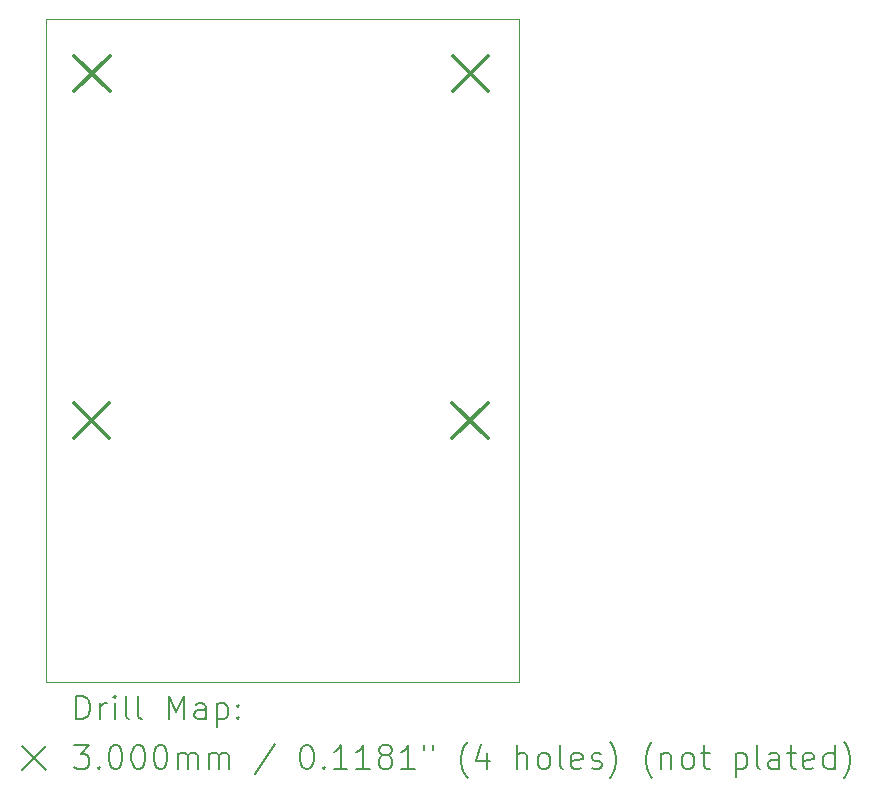
<source format=gbr>
%TF.GenerationSoftware,KiCad,Pcbnew,7.0.9*%
%TF.CreationDate,2024-04-20T19:10:12+02:00*%
%TF.ProjectId,NFC_Programmer,4e46435f-5072-46f6-9772-616d6d65722e,3.0*%
%TF.SameCoordinates,Original*%
%TF.FileFunction,Drillmap*%
%TF.FilePolarity,Positive*%
%FSLAX45Y45*%
G04 Gerber Fmt 4.5, Leading zero omitted, Abs format (unit mm)*
G04 Created by KiCad (PCBNEW 7.0.9) date 2024-04-20 19:10:12*
%MOMM*%
%LPD*%
G01*
G04 APERTURE LIST*
%ADD10C,0.100000*%
%ADD11C,0.200000*%
%ADD12C,0.300000*%
G04 APERTURE END LIST*
D10*
X16024000Y-11015000D02*
X15868000Y-11015000D01*
X12021000Y-11015000D01*
X12021000Y-5405000D01*
X16024000Y-5405000D01*
X16024000Y-11015000D01*
D11*
D12*
X12256000Y-8652000D02*
X12556000Y-8952000D01*
X12556000Y-8652000D02*
X12256000Y-8952000D01*
X12258000Y-5714000D02*
X12558000Y-6014000D01*
X12558000Y-5714000D02*
X12258000Y-6014000D01*
X15461000Y-8652000D02*
X15761000Y-8952000D01*
X15761000Y-8652000D02*
X15461000Y-8952000D01*
X15462000Y-5714000D02*
X15762000Y-6014000D01*
X15762000Y-5714000D02*
X15462000Y-6014000D01*
D11*
X12276777Y-11331484D02*
X12276777Y-11131484D01*
X12276777Y-11131484D02*
X12324396Y-11131484D01*
X12324396Y-11131484D02*
X12352967Y-11141008D01*
X12352967Y-11141008D02*
X12372015Y-11160055D01*
X12372015Y-11160055D02*
X12381539Y-11179103D01*
X12381539Y-11179103D02*
X12391062Y-11217198D01*
X12391062Y-11217198D02*
X12391062Y-11245769D01*
X12391062Y-11245769D02*
X12381539Y-11283865D01*
X12381539Y-11283865D02*
X12372015Y-11302912D01*
X12372015Y-11302912D02*
X12352967Y-11321960D01*
X12352967Y-11321960D02*
X12324396Y-11331484D01*
X12324396Y-11331484D02*
X12276777Y-11331484D01*
X12476777Y-11331484D02*
X12476777Y-11198150D01*
X12476777Y-11236246D02*
X12486301Y-11217198D01*
X12486301Y-11217198D02*
X12495824Y-11207674D01*
X12495824Y-11207674D02*
X12514872Y-11198150D01*
X12514872Y-11198150D02*
X12533920Y-11198150D01*
X12600586Y-11331484D02*
X12600586Y-11198150D01*
X12600586Y-11131484D02*
X12591062Y-11141008D01*
X12591062Y-11141008D02*
X12600586Y-11150531D01*
X12600586Y-11150531D02*
X12610110Y-11141008D01*
X12610110Y-11141008D02*
X12600586Y-11131484D01*
X12600586Y-11131484D02*
X12600586Y-11150531D01*
X12724396Y-11331484D02*
X12705348Y-11321960D01*
X12705348Y-11321960D02*
X12695824Y-11302912D01*
X12695824Y-11302912D02*
X12695824Y-11131484D01*
X12829158Y-11331484D02*
X12810110Y-11321960D01*
X12810110Y-11321960D02*
X12800586Y-11302912D01*
X12800586Y-11302912D02*
X12800586Y-11131484D01*
X13057729Y-11331484D02*
X13057729Y-11131484D01*
X13057729Y-11131484D02*
X13124396Y-11274341D01*
X13124396Y-11274341D02*
X13191062Y-11131484D01*
X13191062Y-11131484D02*
X13191062Y-11331484D01*
X13372015Y-11331484D02*
X13372015Y-11226722D01*
X13372015Y-11226722D02*
X13362491Y-11207674D01*
X13362491Y-11207674D02*
X13343443Y-11198150D01*
X13343443Y-11198150D02*
X13305348Y-11198150D01*
X13305348Y-11198150D02*
X13286301Y-11207674D01*
X13372015Y-11321960D02*
X13352967Y-11331484D01*
X13352967Y-11331484D02*
X13305348Y-11331484D01*
X13305348Y-11331484D02*
X13286301Y-11321960D01*
X13286301Y-11321960D02*
X13276777Y-11302912D01*
X13276777Y-11302912D02*
X13276777Y-11283865D01*
X13276777Y-11283865D02*
X13286301Y-11264817D01*
X13286301Y-11264817D02*
X13305348Y-11255293D01*
X13305348Y-11255293D02*
X13352967Y-11255293D01*
X13352967Y-11255293D02*
X13372015Y-11245769D01*
X13467253Y-11198150D02*
X13467253Y-11398150D01*
X13467253Y-11207674D02*
X13486301Y-11198150D01*
X13486301Y-11198150D02*
X13524396Y-11198150D01*
X13524396Y-11198150D02*
X13543443Y-11207674D01*
X13543443Y-11207674D02*
X13552967Y-11217198D01*
X13552967Y-11217198D02*
X13562491Y-11236246D01*
X13562491Y-11236246D02*
X13562491Y-11293388D01*
X13562491Y-11293388D02*
X13552967Y-11312436D01*
X13552967Y-11312436D02*
X13543443Y-11321960D01*
X13543443Y-11321960D02*
X13524396Y-11331484D01*
X13524396Y-11331484D02*
X13486301Y-11331484D01*
X13486301Y-11331484D02*
X13467253Y-11321960D01*
X13648205Y-11312436D02*
X13657729Y-11321960D01*
X13657729Y-11321960D02*
X13648205Y-11331484D01*
X13648205Y-11331484D02*
X13638682Y-11321960D01*
X13638682Y-11321960D02*
X13648205Y-11312436D01*
X13648205Y-11312436D02*
X13648205Y-11331484D01*
X13648205Y-11207674D02*
X13657729Y-11217198D01*
X13657729Y-11217198D02*
X13648205Y-11226722D01*
X13648205Y-11226722D02*
X13638682Y-11217198D01*
X13638682Y-11217198D02*
X13648205Y-11207674D01*
X13648205Y-11207674D02*
X13648205Y-11226722D01*
X11816000Y-11560000D02*
X12016000Y-11760000D01*
X12016000Y-11560000D02*
X11816000Y-11760000D01*
X12257729Y-11551484D02*
X12381539Y-11551484D01*
X12381539Y-11551484D02*
X12314872Y-11627674D01*
X12314872Y-11627674D02*
X12343443Y-11627674D01*
X12343443Y-11627674D02*
X12362491Y-11637198D01*
X12362491Y-11637198D02*
X12372015Y-11646722D01*
X12372015Y-11646722D02*
X12381539Y-11665769D01*
X12381539Y-11665769D02*
X12381539Y-11713388D01*
X12381539Y-11713388D02*
X12372015Y-11732436D01*
X12372015Y-11732436D02*
X12362491Y-11741960D01*
X12362491Y-11741960D02*
X12343443Y-11751484D01*
X12343443Y-11751484D02*
X12286301Y-11751484D01*
X12286301Y-11751484D02*
X12267253Y-11741960D01*
X12267253Y-11741960D02*
X12257729Y-11732436D01*
X12467253Y-11732436D02*
X12476777Y-11741960D01*
X12476777Y-11741960D02*
X12467253Y-11751484D01*
X12467253Y-11751484D02*
X12457729Y-11741960D01*
X12457729Y-11741960D02*
X12467253Y-11732436D01*
X12467253Y-11732436D02*
X12467253Y-11751484D01*
X12600586Y-11551484D02*
X12619634Y-11551484D01*
X12619634Y-11551484D02*
X12638682Y-11561008D01*
X12638682Y-11561008D02*
X12648205Y-11570531D01*
X12648205Y-11570531D02*
X12657729Y-11589579D01*
X12657729Y-11589579D02*
X12667253Y-11627674D01*
X12667253Y-11627674D02*
X12667253Y-11675293D01*
X12667253Y-11675293D02*
X12657729Y-11713388D01*
X12657729Y-11713388D02*
X12648205Y-11732436D01*
X12648205Y-11732436D02*
X12638682Y-11741960D01*
X12638682Y-11741960D02*
X12619634Y-11751484D01*
X12619634Y-11751484D02*
X12600586Y-11751484D01*
X12600586Y-11751484D02*
X12581539Y-11741960D01*
X12581539Y-11741960D02*
X12572015Y-11732436D01*
X12572015Y-11732436D02*
X12562491Y-11713388D01*
X12562491Y-11713388D02*
X12552967Y-11675293D01*
X12552967Y-11675293D02*
X12552967Y-11627674D01*
X12552967Y-11627674D02*
X12562491Y-11589579D01*
X12562491Y-11589579D02*
X12572015Y-11570531D01*
X12572015Y-11570531D02*
X12581539Y-11561008D01*
X12581539Y-11561008D02*
X12600586Y-11551484D01*
X12791062Y-11551484D02*
X12810110Y-11551484D01*
X12810110Y-11551484D02*
X12829158Y-11561008D01*
X12829158Y-11561008D02*
X12838682Y-11570531D01*
X12838682Y-11570531D02*
X12848205Y-11589579D01*
X12848205Y-11589579D02*
X12857729Y-11627674D01*
X12857729Y-11627674D02*
X12857729Y-11675293D01*
X12857729Y-11675293D02*
X12848205Y-11713388D01*
X12848205Y-11713388D02*
X12838682Y-11732436D01*
X12838682Y-11732436D02*
X12829158Y-11741960D01*
X12829158Y-11741960D02*
X12810110Y-11751484D01*
X12810110Y-11751484D02*
X12791062Y-11751484D01*
X12791062Y-11751484D02*
X12772015Y-11741960D01*
X12772015Y-11741960D02*
X12762491Y-11732436D01*
X12762491Y-11732436D02*
X12752967Y-11713388D01*
X12752967Y-11713388D02*
X12743443Y-11675293D01*
X12743443Y-11675293D02*
X12743443Y-11627674D01*
X12743443Y-11627674D02*
X12752967Y-11589579D01*
X12752967Y-11589579D02*
X12762491Y-11570531D01*
X12762491Y-11570531D02*
X12772015Y-11561008D01*
X12772015Y-11561008D02*
X12791062Y-11551484D01*
X12981539Y-11551484D02*
X13000586Y-11551484D01*
X13000586Y-11551484D02*
X13019634Y-11561008D01*
X13019634Y-11561008D02*
X13029158Y-11570531D01*
X13029158Y-11570531D02*
X13038682Y-11589579D01*
X13038682Y-11589579D02*
X13048205Y-11627674D01*
X13048205Y-11627674D02*
X13048205Y-11675293D01*
X13048205Y-11675293D02*
X13038682Y-11713388D01*
X13038682Y-11713388D02*
X13029158Y-11732436D01*
X13029158Y-11732436D02*
X13019634Y-11741960D01*
X13019634Y-11741960D02*
X13000586Y-11751484D01*
X13000586Y-11751484D02*
X12981539Y-11751484D01*
X12981539Y-11751484D02*
X12962491Y-11741960D01*
X12962491Y-11741960D02*
X12952967Y-11732436D01*
X12952967Y-11732436D02*
X12943443Y-11713388D01*
X12943443Y-11713388D02*
X12933920Y-11675293D01*
X12933920Y-11675293D02*
X12933920Y-11627674D01*
X12933920Y-11627674D02*
X12943443Y-11589579D01*
X12943443Y-11589579D02*
X12952967Y-11570531D01*
X12952967Y-11570531D02*
X12962491Y-11561008D01*
X12962491Y-11561008D02*
X12981539Y-11551484D01*
X13133920Y-11751484D02*
X13133920Y-11618150D01*
X13133920Y-11637198D02*
X13143443Y-11627674D01*
X13143443Y-11627674D02*
X13162491Y-11618150D01*
X13162491Y-11618150D02*
X13191063Y-11618150D01*
X13191063Y-11618150D02*
X13210110Y-11627674D01*
X13210110Y-11627674D02*
X13219634Y-11646722D01*
X13219634Y-11646722D02*
X13219634Y-11751484D01*
X13219634Y-11646722D02*
X13229158Y-11627674D01*
X13229158Y-11627674D02*
X13248205Y-11618150D01*
X13248205Y-11618150D02*
X13276777Y-11618150D01*
X13276777Y-11618150D02*
X13295824Y-11627674D01*
X13295824Y-11627674D02*
X13305348Y-11646722D01*
X13305348Y-11646722D02*
X13305348Y-11751484D01*
X13400586Y-11751484D02*
X13400586Y-11618150D01*
X13400586Y-11637198D02*
X13410110Y-11627674D01*
X13410110Y-11627674D02*
X13429158Y-11618150D01*
X13429158Y-11618150D02*
X13457729Y-11618150D01*
X13457729Y-11618150D02*
X13476777Y-11627674D01*
X13476777Y-11627674D02*
X13486301Y-11646722D01*
X13486301Y-11646722D02*
X13486301Y-11751484D01*
X13486301Y-11646722D02*
X13495824Y-11627674D01*
X13495824Y-11627674D02*
X13514872Y-11618150D01*
X13514872Y-11618150D02*
X13543443Y-11618150D01*
X13543443Y-11618150D02*
X13562491Y-11627674D01*
X13562491Y-11627674D02*
X13572015Y-11646722D01*
X13572015Y-11646722D02*
X13572015Y-11751484D01*
X13962491Y-11541960D02*
X13791063Y-11799103D01*
X14219634Y-11551484D02*
X14238682Y-11551484D01*
X14238682Y-11551484D02*
X14257729Y-11561008D01*
X14257729Y-11561008D02*
X14267253Y-11570531D01*
X14267253Y-11570531D02*
X14276777Y-11589579D01*
X14276777Y-11589579D02*
X14286301Y-11627674D01*
X14286301Y-11627674D02*
X14286301Y-11675293D01*
X14286301Y-11675293D02*
X14276777Y-11713388D01*
X14276777Y-11713388D02*
X14267253Y-11732436D01*
X14267253Y-11732436D02*
X14257729Y-11741960D01*
X14257729Y-11741960D02*
X14238682Y-11751484D01*
X14238682Y-11751484D02*
X14219634Y-11751484D01*
X14219634Y-11751484D02*
X14200586Y-11741960D01*
X14200586Y-11741960D02*
X14191063Y-11732436D01*
X14191063Y-11732436D02*
X14181539Y-11713388D01*
X14181539Y-11713388D02*
X14172015Y-11675293D01*
X14172015Y-11675293D02*
X14172015Y-11627674D01*
X14172015Y-11627674D02*
X14181539Y-11589579D01*
X14181539Y-11589579D02*
X14191063Y-11570531D01*
X14191063Y-11570531D02*
X14200586Y-11561008D01*
X14200586Y-11561008D02*
X14219634Y-11551484D01*
X14372015Y-11732436D02*
X14381539Y-11741960D01*
X14381539Y-11741960D02*
X14372015Y-11751484D01*
X14372015Y-11751484D02*
X14362491Y-11741960D01*
X14362491Y-11741960D02*
X14372015Y-11732436D01*
X14372015Y-11732436D02*
X14372015Y-11751484D01*
X14572015Y-11751484D02*
X14457729Y-11751484D01*
X14514872Y-11751484D02*
X14514872Y-11551484D01*
X14514872Y-11551484D02*
X14495825Y-11580055D01*
X14495825Y-11580055D02*
X14476777Y-11599103D01*
X14476777Y-11599103D02*
X14457729Y-11608627D01*
X14762491Y-11751484D02*
X14648206Y-11751484D01*
X14705348Y-11751484D02*
X14705348Y-11551484D01*
X14705348Y-11551484D02*
X14686301Y-11580055D01*
X14686301Y-11580055D02*
X14667253Y-11599103D01*
X14667253Y-11599103D02*
X14648206Y-11608627D01*
X14876777Y-11637198D02*
X14857729Y-11627674D01*
X14857729Y-11627674D02*
X14848206Y-11618150D01*
X14848206Y-11618150D02*
X14838682Y-11599103D01*
X14838682Y-11599103D02*
X14838682Y-11589579D01*
X14838682Y-11589579D02*
X14848206Y-11570531D01*
X14848206Y-11570531D02*
X14857729Y-11561008D01*
X14857729Y-11561008D02*
X14876777Y-11551484D01*
X14876777Y-11551484D02*
X14914872Y-11551484D01*
X14914872Y-11551484D02*
X14933920Y-11561008D01*
X14933920Y-11561008D02*
X14943444Y-11570531D01*
X14943444Y-11570531D02*
X14952967Y-11589579D01*
X14952967Y-11589579D02*
X14952967Y-11599103D01*
X14952967Y-11599103D02*
X14943444Y-11618150D01*
X14943444Y-11618150D02*
X14933920Y-11627674D01*
X14933920Y-11627674D02*
X14914872Y-11637198D01*
X14914872Y-11637198D02*
X14876777Y-11637198D01*
X14876777Y-11637198D02*
X14857729Y-11646722D01*
X14857729Y-11646722D02*
X14848206Y-11656246D01*
X14848206Y-11656246D02*
X14838682Y-11675293D01*
X14838682Y-11675293D02*
X14838682Y-11713388D01*
X14838682Y-11713388D02*
X14848206Y-11732436D01*
X14848206Y-11732436D02*
X14857729Y-11741960D01*
X14857729Y-11741960D02*
X14876777Y-11751484D01*
X14876777Y-11751484D02*
X14914872Y-11751484D01*
X14914872Y-11751484D02*
X14933920Y-11741960D01*
X14933920Y-11741960D02*
X14943444Y-11732436D01*
X14943444Y-11732436D02*
X14952967Y-11713388D01*
X14952967Y-11713388D02*
X14952967Y-11675293D01*
X14952967Y-11675293D02*
X14943444Y-11656246D01*
X14943444Y-11656246D02*
X14933920Y-11646722D01*
X14933920Y-11646722D02*
X14914872Y-11637198D01*
X15143444Y-11751484D02*
X15029158Y-11751484D01*
X15086301Y-11751484D02*
X15086301Y-11551484D01*
X15086301Y-11551484D02*
X15067253Y-11580055D01*
X15067253Y-11580055D02*
X15048206Y-11599103D01*
X15048206Y-11599103D02*
X15029158Y-11608627D01*
X15219634Y-11551484D02*
X15219634Y-11589579D01*
X15295825Y-11551484D02*
X15295825Y-11589579D01*
X15591063Y-11827674D02*
X15581539Y-11818150D01*
X15581539Y-11818150D02*
X15562491Y-11789579D01*
X15562491Y-11789579D02*
X15552968Y-11770531D01*
X15552968Y-11770531D02*
X15543444Y-11741960D01*
X15543444Y-11741960D02*
X15533920Y-11694341D01*
X15533920Y-11694341D02*
X15533920Y-11656246D01*
X15533920Y-11656246D02*
X15543444Y-11608627D01*
X15543444Y-11608627D02*
X15552968Y-11580055D01*
X15552968Y-11580055D02*
X15562491Y-11561008D01*
X15562491Y-11561008D02*
X15581539Y-11532436D01*
X15581539Y-11532436D02*
X15591063Y-11522912D01*
X15752968Y-11618150D02*
X15752968Y-11751484D01*
X15705348Y-11541960D02*
X15657729Y-11684817D01*
X15657729Y-11684817D02*
X15781539Y-11684817D01*
X16010110Y-11751484D02*
X16010110Y-11551484D01*
X16095825Y-11751484D02*
X16095825Y-11646722D01*
X16095825Y-11646722D02*
X16086301Y-11627674D01*
X16086301Y-11627674D02*
X16067253Y-11618150D01*
X16067253Y-11618150D02*
X16038682Y-11618150D01*
X16038682Y-11618150D02*
X16019634Y-11627674D01*
X16019634Y-11627674D02*
X16010110Y-11637198D01*
X16219634Y-11751484D02*
X16200587Y-11741960D01*
X16200587Y-11741960D02*
X16191063Y-11732436D01*
X16191063Y-11732436D02*
X16181539Y-11713388D01*
X16181539Y-11713388D02*
X16181539Y-11656246D01*
X16181539Y-11656246D02*
X16191063Y-11637198D01*
X16191063Y-11637198D02*
X16200587Y-11627674D01*
X16200587Y-11627674D02*
X16219634Y-11618150D01*
X16219634Y-11618150D02*
X16248206Y-11618150D01*
X16248206Y-11618150D02*
X16267253Y-11627674D01*
X16267253Y-11627674D02*
X16276777Y-11637198D01*
X16276777Y-11637198D02*
X16286301Y-11656246D01*
X16286301Y-11656246D02*
X16286301Y-11713388D01*
X16286301Y-11713388D02*
X16276777Y-11732436D01*
X16276777Y-11732436D02*
X16267253Y-11741960D01*
X16267253Y-11741960D02*
X16248206Y-11751484D01*
X16248206Y-11751484D02*
X16219634Y-11751484D01*
X16400587Y-11751484D02*
X16381539Y-11741960D01*
X16381539Y-11741960D02*
X16372015Y-11722912D01*
X16372015Y-11722912D02*
X16372015Y-11551484D01*
X16552968Y-11741960D02*
X16533920Y-11751484D01*
X16533920Y-11751484D02*
X16495825Y-11751484D01*
X16495825Y-11751484D02*
X16476777Y-11741960D01*
X16476777Y-11741960D02*
X16467253Y-11722912D01*
X16467253Y-11722912D02*
X16467253Y-11646722D01*
X16467253Y-11646722D02*
X16476777Y-11627674D01*
X16476777Y-11627674D02*
X16495825Y-11618150D01*
X16495825Y-11618150D02*
X16533920Y-11618150D01*
X16533920Y-11618150D02*
X16552968Y-11627674D01*
X16552968Y-11627674D02*
X16562491Y-11646722D01*
X16562491Y-11646722D02*
X16562491Y-11665769D01*
X16562491Y-11665769D02*
X16467253Y-11684817D01*
X16638682Y-11741960D02*
X16657730Y-11751484D01*
X16657730Y-11751484D02*
X16695825Y-11751484D01*
X16695825Y-11751484D02*
X16714872Y-11741960D01*
X16714872Y-11741960D02*
X16724396Y-11722912D01*
X16724396Y-11722912D02*
X16724396Y-11713388D01*
X16724396Y-11713388D02*
X16714872Y-11694341D01*
X16714872Y-11694341D02*
X16695825Y-11684817D01*
X16695825Y-11684817D02*
X16667253Y-11684817D01*
X16667253Y-11684817D02*
X16648206Y-11675293D01*
X16648206Y-11675293D02*
X16638682Y-11656246D01*
X16638682Y-11656246D02*
X16638682Y-11646722D01*
X16638682Y-11646722D02*
X16648206Y-11627674D01*
X16648206Y-11627674D02*
X16667253Y-11618150D01*
X16667253Y-11618150D02*
X16695825Y-11618150D01*
X16695825Y-11618150D02*
X16714872Y-11627674D01*
X16791063Y-11827674D02*
X16800587Y-11818150D01*
X16800587Y-11818150D02*
X16819634Y-11789579D01*
X16819634Y-11789579D02*
X16829158Y-11770531D01*
X16829158Y-11770531D02*
X16838682Y-11741960D01*
X16838682Y-11741960D02*
X16848206Y-11694341D01*
X16848206Y-11694341D02*
X16848206Y-11656246D01*
X16848206Y-11656246D02*
X16838682Y-11608627D01*
X16838682Y-11608627D02*
X16829158Y-11580055D01*
X16829158Y-11580055D02*
X16819634Y-11561008D01*
X16819634Y-11561008D02*
X16800587Y-11532436D01*
X16800587Y-11532436D02*
X16791063Y-11522912D01*
X17152968Y-11827674D02*
X17143444Y-11818150D01*
X17143444Y-11818150D02*
X17124396Y-11789579D01*
X17124396Y-11789579D02*
X17114873Y-11770531D01*
X17114873Y-11770531D02*
X17105349Y-11741960D01*
X17105349Y-11741960D02*
X17095825Y-11694341D01*
X17095825Y-11694341D02*
X17095825Y-11656246D01*
X17095825Y-11656246D02*
X17105349Y-11608627D01*
X17105349Y-11608627D02*
X17114873Y-11580055D01*
X17114873Y-11580055D02*
X17124396Y-11561008D01*
X17124396Y-11561008D02*
X17143444Y-11532436D01*
X17143444Y-11532436D02*
X17152968Y-11522912D01*
X17229158Y-11618150D02*
X17229158Y-11751484D01*
X17229158Y-11637198D02*
X17238682Y-11627674D01*
X17238682Y-11627674D02*
X17257730Y-11618150D01*
X17257730Y-11618150D02*
X17286301Y-11618150D01*
X17286301Y-11618150D02*
X17305349Y-11627674D01*
X17305349Y-11627674D02*
X17314873Y-11646722D01*
X17314873Y-11646722D02*
X17314873Y-11751484D01*
X17438682Y-11751484D02*
X17419634Y-11741960D01*
X17419634Y-11741960D02*
X17410111Y-11732436D01*
X17410111Y-11732436D02*
X17400587Y-11713388D01*
X17400587Y-11713388D02*
X17400587Y-11656246D01*
X17400587Y-11656246D02*
X17410111Y-11637198D01*
X17410111Y-11637198D02*
X17419634Y-11627674D01*
X17419634Y-11627674D02*
X17438682Y-11618150D01*
X17438682Y-11618150D02*
X17467254Y-11618150D01*
X17467254Y-11618150D02*
X17486301Y-11627674D01*
X17486301Y-11627674D02*
X17495825Y-11637198D01*
X17495825Y-11637198D02*
X17505349Y-11656246D01*
X17505349Y-11656246D02*
X17505349Y-11713388D01*
X17505349Y-11713388D02*
X17495825Y-11732436D01*
X17495825Y-11732436D02*
X17486301Y-11741960D01*
X17486301Y-11741960D02*
X17467254Y-11751484D01*
X17467254Y-11751484D02*
X17438682Y-11751484D01*
X17562492Y-11618150D02*
X17638682Y-11618150D01*
X17591063Y-11551484D02*
X17591063Y-11722912D01*
X17591063Y-11722912D02*
X17600587Y-11741960D01*
X17600587Y-11741960D02*
X17619634Y-11751484D01*
X17619634Y-11751484D02*
X17638682Y-11751484D01*
X17857730Y-11618150D02*
X17857730Y-11818150D01*
X17857730Y-11627674D02*
X17876777Y-11618150D01*
X17876777Y-11618150D02*
X17914873Y-11618150D01*
X17914873Y-11618150D02*
X17933920Y-11627674D01*
X17933920Y-11627674D02*
X17943444Y-11637198D01*
X17943444Y-11637198D02*
X17952968Y-11656246D01*
X17952968Y-11656246D02*
X17952968Y-11713388D01*
X17952968Y-11713388D02*
X17943444Y-11732436D01*
X17943444Y-11732436D02*
X17933920Y-11741960D01*
X17933920Y-11741960D02*
X17914873Y-11751484D01*
X17914873Y-11751484D02*
X17876777Y-11751484D01*
X17876777Y-11751484D02*
X17857730Y-11741960D01*
X18067254Y-11751484D02*
X18048206Y-11741960D01*
X18048206Y-11741960D02*
X18038682Y-11722912D01*
X18038682Y-11722912D02*
X18038682Y-11551484D01*
X18229158Y-11751484D02*
X18229158Y-11646722D01*
X18229158Y-11646722D02*
X18219635Y-11627674D01*
X18219635Y-11627674D02*
X18200587Y-11618150D01*
X18200587Y-11618150D02*
X18162492Y-11618150D01*
X18162492Y-11618150D02*
X18143444Y-11627674D01*
X18229158Y-11741960D02*
X18210111Y-11751484D01*
X18210111Y-11751484D02*
X18162492Y-11751484D01*
X18162492Y-11751484D02*
X18143444Y-11741960D01*
X18143444Y-11741960D02*
X18133920Y-11722912D01*
X18133920Y-11722912D02*
X18133920Y-11703865D01*
X18133920Y-11703865D02*
X18143444Y-11684817D01*
X18143444Y-11684817D02*
X18162492Y-11675293D01*
X18162492Y-11675293D02*
X18210111Y-11675293D01*
X18210111Y-11675293D02*
X18229158Y-11665769D01*
X18295825Y-11618150D02*
X18372015Y-11618150D01*
X18324396Y-11551484D02*
X18324396Y-11722912D01*
X18324396Y-11722912D02*
X18333920Y-11741960D01*
X18333920Y-11741960D02*
X18352968Y-11751484D01*
X18352968Y-11751484D02*
X18372015Y-11751484D01*
X18514873Y-11741960D02*
X18495825Y-11751484D01*
X18495825Y-11751484D02*
X18457730Y-11751484D01*
X18457730Y-11751484D02*
X18438682Y-11741960D01*
X18438682Y-11741960D02*
X18429158Y-11722912D01*
X18429158Y-11722912D02*
X18429158Y-11646722D01*
X18429158Y-11646722D02*
X18438682Y-11627674D01*
X18438682Y-11627674D02*
X18457730Y-11618150D01*
X18457730Y-11618150D02*
X18495825Y-11618150D01*
X18495825Y-11618150D02*
X18514873Y-11627674D01*
X18514873Y-11627674D02*
X18524396Y-11646722D01*
X18524396Y-11646722D02*
X18524396Y-11665769D01*
X18524396Y-11665769D02*
X18429158Y-11684817D01*
X18695825Y-11751484D02*
X18695825Y-11551484D01*
X18695825Y-11741960D02*
X18676777Y-11751484D01*
X18676777Y-11751484D02*
X18638682Y-11751484D01*
X18638682Y-11751484D02*
X18619635Y-11741960D01*
X18619635Y-11741960D02*
X18610111Y-11732436D01*
X18610111Y-11732436D02*
X18600587Y-11713388D01*
X18600587Y-11713388D02*
X18600587Y-11656246D01*
X18600587Y-11656246D02*
X18610111Y-11637198D01*
X18610111Y-11637198D02*
X18619635Y-11627674D01*
X18619635Y-11627674D02*
X18638682Y-11618150D01*
X18638682Y-11618150D02*
X18676777Y-11618150D01*
X18676777Y-11618150D02*
X18695825Y-11627674D01*
X18772016Y-11827674D02*
X18781539Y-11818150D01*
X18781539Y-11818150D02*
X18800587Y-11789579D01*
X18800587Y-11789579D02*
X18810111Y-11770531D01*
X18810111Y-11770531D02*
X18819635Y-11741960D01*
X18819635Y-11741960D02*
X18829158Y-11694341D01*
X18829158Y-11694341D02*
X18829158Y-11656246D01*
X18829158Y-11656246D02*
X18819635Y-11608627D01*
X18819635Y-11608627D02*
X18810111Y-11580055D01*
X18810111Y-11580055D02*
X18800587Y-11561008D01*
X18800587Y-11561008D02*
X18781539Y-11532436D01*
X18781539Y-11532436D02*
X18772016Y-11522912D01*
M02*

</source>
